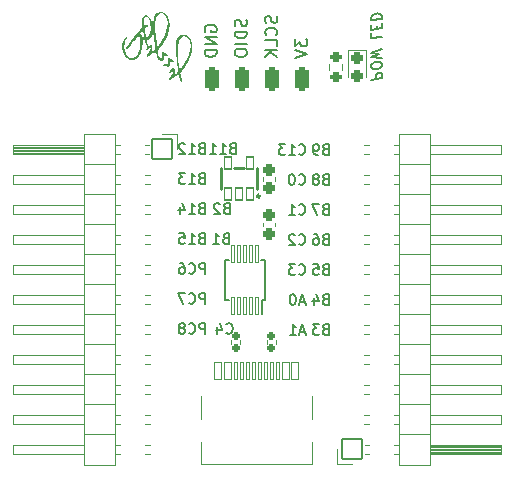
<source format=gbr>
G04 #@! TF.GenerationSoftware,KiCad,Pcbnew,(6.0.1)*
G04 #@! TF.CreationDate,2022-02-14T15:35:13+08:00*
G04 #@! TF.ProjectId,Test_Board,54657374-5f42-46f6-9172-642e6b696361,rev?*
G04 #@! TF.SameCoordinates,Original*
G04 #@! TF.FileFunction,Legend,Bot*
G04 #@! TF.FilePolarity,Positive*
%FSLAX46Y46*%
G04 Gerber Fmt 4.6, Leading zero omitted, Abs format (unit mm)*
G04 Created by KiCad (PCBNEW (6.0.1)) date 2022-02-14 15:35:13*
%MOMM*%
%LPD*%
G01*
G04 APERTURE LIST*
G04 Aperture macros list*
%AMRoundRect*
0 Rectangle with rounded corners*
0 $1 Rounding radius*
0 $2 $3 $4 $5 $6 $7 $8 $9 X,Y pos of 4 corners*
0 Add a 4 corners polygon primitive as box body*
4,1,4,$2,$3,$4,$5,$6,$7,$8,$9,$2,$3,0*
0 Add four circle primitives for the rounded corners*
1,1,$1+$1,$2,$3*
1,1,$1+$1,$4,$5*
1,1,$1+$1,$6,$7*
1,1,$1+$1,$8,$9*
0 Add four rect primitives between the rounded corners*
20,1,$1+$1,$2,$3,$4,$5,0*
20,1,$1+$1,$4,$5,$6,$7,0*
20,1,$1+$1,$6,$7,$8,$9,0*
20,1,$1+$1,$8,$9,$2,$3,0*%
G04 Aperture macros list end*
%ADD10C,0.127000*%
%ADD11C,0.120000*%
%ADD12C,0.150000*%
%ADD13C,0.254000*%
%ADD14RoundRect,0.300800X-0.250000X-0.750000X0.250000X-0.750000X0.250000X0.750000X-0.250000X0.750000X0*%
%ADD15C,1.201600*%
%ADD16C,1.701600*%
%ADD17RoundRect,0.269550X-0.256250X0.218750X-0.256250X-0.218750X0.256250X-0.218750X0.256250X0.218750X0*%
%ADD18RoundRect,0.185800X-0.185000X0.135000X-0.185000X-0.135000X0.185000X-0.135000X0.185000X0.135000X0*%
%ADD19RoundRect,0.250800X-0.275000X0.200000X-0.275000X-0.200000X0.275000X-0.200000X0.275000X0.200000X0*%
%ADD20RoundRect,0.050800X0.150000X-0.700000X0.150000X0.700000X-0.150000X0.700000X-0.150000X-0.700000X0*%
%ADD21RoundRect,0.275800X-0.250000X0.225000X-0.250000X-0.225000X0.250000X-0.225000X0.250000X0.225000X0*%
%ADD22RoundRect,0.050800X0.850000X0.850000X-0.850000X0.850000X-0.850000X-0.850000X0.850000X-0.850000X0*%
%ADD23O,1.801600X1.801600*%
%ADD24RoundRect,0.050800X-0.299700X0.500400X-0.299700X-0.500400X0.299700X-0.500400X0.299700X0.500400X0*%
%ADD25O,1.101600X1.701600*%
%ADD26O,1.101600X2.201600*%
%ADD27RoundRect,0.050800X0.300000X0.725000X-0.300000X0.725000X-0.300000X-0.725000X0.300000X-0.725000X0*%
%ADD28RoundRect,0.050800X0.150000X0.725000X-0.150000X0.725000X-0.150000X-0.725000X0.150000X-0.725000X0*%
%ADD29C,0.751600*%
%ADD30RoundRect,0.050800X-0.850000X-0.850000X0.850000X-0.850000X0.850000X0.850000X-0.850000X0.850000X0*%
G04 APERTURE END LIST*
D10*
X138648895Y-56331797D02*
X139537895Y-56220672D01*
X139537895Y-55882005D01*
X139495562Y-55802630D01*
X139453228Y-55765589D01*
X139368562Y-55733839D01*
X139241562Y-55749714D01*
X139156895Y-55802630D01*
X139114562Y-55850255D01*
X139072228Y-55940214D01*
X139072228Y-56278880D01*
X139537895Y-55162339D02*
X139537895Y-54993005D01*
X139495562Y-54913630D01*
X139410895Y-54839547D01*
X139241562Y-54818380D01*
X138945228Y-54855422D01*
X138775895Y-54918922D01*
X138691228Y-55014172D01*
X138648895Y-55104130D01*
X138648895Y-55273464D01*
X138691228Y-55352839D01*
X138775895Y-55426922D01*
X138945228Y-55448089D01*
X139241562Y-55411047D01*
X139410895Y-55347547D01*
X139495562Y-55252297D01*
X139537895Y-55162339D01*
X139537895Y-54485005D02*
X138648895Y-54384464D01*
X139283895Y-54135755D01*
X138648895Y-54045797D01*
X139537895Y-53723005D01*
X138648895Y-52394797D02*
X138648895Y-52818130D01*
X139537895Y-52707005D01*
X139114562Y-52040255D02*
X139114562Y-51743922D01*
X138648895Y-51675130D02*
X138648895Y-52098464D01*
X139537895Y-51987339D01*
X139537895Y-51564005D01*
X138648895Y-51294130D02*
X139537895Y-51183005D01*
X139537895Y-50971339D01*
X139495562Y-50849630D01*
X139410895Y-50775547D01*
X139326228Y-50743797D01*
X139156895Y-50722630D01*
X139029895Y-50738505D01*
X138860562Y-50802005D01*
X138775895Y-50854922D01*
X138691228Y-50950172D01*
X138648895Y-51082464D01*
X138648895Y-51294130D01*
X124573055Y-52255519D02*
X124524674Y-52158757D01*
X124524674Y-52013615D01*
X124573055Y-51868472D01*
X124669816Y-51771710D01*
X124766578Y-51723329D01*
X124960102Y-51674948D01*
X125105245Y-51674948D01*
X125298769Y-51723329D01*
X125395531Y-51771710D01*
X125492293Y-51868472D01*
X125540674Y-52013615D01*
X125540674Y-52110376D01*
X125492293Y-52255519D01*
X125443912Y-52303900D01*
X125105245Y-52303900D01*
X125105245Y-52110376D01*
X125540674Y-52739329D02*
X124524674Y-52739329D01*
X125540674Y-53319900D01*
X124524674Y-53319900D01*
X125540674Y-53803710D02*
X124524674Y-53803710D01*
X124524674Y-54045615D01*
X124573055Y-54190757D01*
X124669816Y-54287519D01*
X124766578Y-54335900D01*
X124960102Y-54384281D01*
X125105245Y-54384281D01*
X125298769Y-54335900D01*
X125395531Y-54287519D01*
X125492293Y-54190757D01*
X125540674Y-54045615D01*
X125540674Y-53803710D01*
X128057695Y-51239519D02*
X128106076Y-51384661D01*
X128106076Y-51626566D01*
X128057695Y-51723328D01*
X128009314Y-51771709D01*
X127912552Y-51820090D01*
X127815790Y-51820090D01*
X127719028Y-51771709D01*
X127670647Y-51723328D01*
X127622266Y-51626566D01*
X127573885Y-51433042D01*
X127525504Y-51336280D01*
X127477123Y-51287900D01*
X127380361Y-51239519D01*
X127283599Y-51239519D01*
X127186837Y-51287900D01*
X127138457Y-51336280D01*
X127090076Y-51433042D01*
X127090076Y-51674947D01*
X127138457Y-51820090D01*
X128106076Y-52255519D02*
X127090076Y-52255519D01*
X127090076Y-52497423D01*
X127138457Y-52642566D01*
X127235218Y-52739328D01*
X127331980Y-52787709D01*
X127525504Y-52836090D01*
X127670647Y-52836090D01*
X127864171Y-52787709D01*
X127960933Y-52739328D01*
X128057695Y-52642566D01*
X128106076Y-52497423D01*
X128106076Y-52255519D01*
X128106076Y-53271519D02*
X127090076Y-53271519D01*
X127090076Y-53948852D02*
X127090076Y-54142376D01*
X127138457Y-54239138D01*
X127235218Y-54335900D01*
X127428742Y-54384280D01*
X127767409Y-54384280D01*
X127960933Y-54335900D01*
X128057695Y-54239138D01*
X128106076Y-54142376D01*
X128106076Y-53948852D01*
X128057695Y-53852090D01*
X127960933Y-53755328D01*
X127767409Y-53706947D01*
X127428742Y-53706947D01*
X127235218Y-53755328D01*
X127138457Y-53852090D01*
X127090076Y-53948852D01*
X130623097Y-50949234D02*
X130671478Y-51094377D01*
X130671478Y-51336281D01*
X130623097Y-51433043D01*
X130574716Y-51481424D01*
X130477954Y-51529805D01*
X130381192Y-51529805D01*
X130284430Y-51481424D01*
X130236049Y-51433043D01*
X130187668Y-51336281D01*
X130139287Y-51142758D01*
X130090906Y-51045996D01*
X130042525Y-50997615D01*
X129945763Y-50949234D01*
X129849001Y-50949234D01*
X129752239Y-50997615D01*
X129703859Y-51045996D01*
X129655478Y-51142758D01*
X129655478Y-51384662D01*
X129703859Y-51529805D01*
X130574716Y-52545805D02*
X130623097Y-52497424D01*
X130671478Y-52352281D01*
X130671478Y-52255519D01*
X130623097Y-52110377D01*
X130526335Y-52013615D01*
X130429573Y-51965234D01*
X130236049Y-51916853D01*
X130090906Y-51916853D01*
X129897382Y-51965234D01*
X129800620Y-52013615D01*
X129703859Y-52110377D01*
X129655478Y-52255519D01*
X129655478Y-52352281D01*
X129703859Y-52497424D01*
X129752239Y-52545805D01*
X130671478Y-53465043D02*
X130671478Y-52981234D01*
X129655478Y-52981234D01*
X130671478Y-53803710D02*
X129655478Y-53803710D01*
X130671478Y-54384281D02*
X130090906Y-53948853D01*
X129655478Y-54384281D02*
X130236049Y-53803710D01*
X132220882Y-52884471D02*
X132220882Y-53513424D01*
X132607929Y-53174757D01*
X132607929Y-53319900D01*
X132656310Y-53416662D01*
X132704691Y-53465043D01*
X132801453Y-53513424D01*
X133043358Y-53513424D01*
X133140120Y-53465043D01*
X133188501Y-53416662D01*
X133236882Y-53319900D01*
X133236882Y-53029614D01*
X133188501Y-52932852D01*
X133140120Y-52884471D01*
X132220882Y-53803709D02*
X133236882Y-54142376D01*
X132220882Y-54481043D01*
X134762696Y-77445667D02*
X134635696Y-77488000D01*
X134593363Y-77530333D01*
X134551029Y-77615000D01*
X134551029Y-77742000D01*
X134593363Y-77826667D01*
X134635696Y-77869000D01*
X134720363Y-77911333D01*
X135059029Y-77911333D01*
X135059029Y-77022333D01*
X134762696Y-77022333D01*
X134678029Y-77064667D01*
X134635696Y-77107000D01*
X134593363Y-77191667D01*
X134593363Y-77276333D01*
X134635696Y-77361000D01*
X134678029Y-77403333D01*
X134762696Y-77445667D01*
X135059029Y-77445667D01*
X134254696Y-77022333D02*
X133704363Y-77022333D01*
X134000696Y-77361000D01*
X133873696Y-77361000D01*
X133789029Y-77403333D01*
X133746696Y-77445667D01*
X133704363Y-77530333D01*
X133704363Y-77742000D01*
X133746696Y-77826667D01*
X133789029Y-77869000D01*
X133873696Y-77911333D01*
X134127696Y-77911333D01*
X134212363Y-77869000D01*
X134254696Y-77826667D01*
X133005863Y-77682733D02*
X132582529Y-77682733D01*
X133090529Y-77936733D02*
X132794196Y-77047733D01*
X132497863Y-77936733D01*
X131735863Y-77936733D02*
X132243863Y-77936733D01*
X131989863Y-77936733D02*
X131989863Y-77047733D01*
X132074529Y-77174733D01*
X132159196Y-77259400D01*
X132243863Y-77301733D01*
X124581521Y-77835133D02*
X124581521Y-76946133D01*
X124242855Y-76946133D01*
X124158188Y-76988467D01*
X124115855Y-77030800D01*
X124073521Y-77115467D01*
X124073521Y-77242467D01*
X124115855Y-77327133D01*
X124158188Y-77369467D01*
X124242855Y-77411800D01*
X124581521Y-77411800D01*
X123184521Y-77750467D02*
X123226855Y-77792800D01*
X123353855Y-77835133D01*
X123438521Y-77835133D01*
X123565521Y-77792800D01*
X123650188Y-77708133D01*
X123692521Y-77623467D01*
X123734855Y-77454133D01*
X123734855Y-77327133D01*
X123692521Y-77157800D01*
X123650188Y-77073133D01*
X123565521Y-76988467D01*
X123438521Y-76946133D01*
X123353855Y-76946133D01*
X123226855Y-76988467D01*
X123184521Y-77030800D01*
X122676521Y-77327133D02*
X122761188Y-77284800D01*
X122803521Y-77242467D01*
X122845855Y-77157800D01*
X122845855Y-77115467D01*
X122803521Y-77030800D01*
X122761188Y-76988467D01*
X122676521Y-76946133D01*
X122507188Y-76946133D01*
X122422521Y-76988467D01*
X122380188Y-77030800D01*
X122337855Y-77115467D01*
X122337855Y-77157800D01*
X122380188Y-77242467D01*
X122422521Y-77284800D01*
X122507188Y-77327133D01*
X122676521Y-77327133D01*
X122761188Y-77369467D01*
X122803521Y-77411800D01*
X122845855Y-77496467D01*
X122845855Y-77665800D01*
X122803521Y-77750467D01*
X122761188Y-77792800D01*
X122676521Y-77835133D01*
X122507188Y-77835133D01*
X122422521Y-77792800D01*
X122380188Y-77750467D01*
X122337855Y-77665800D01*
X122337855Y-77496467D01*
X122380188Y-77411800D01*
X122422521Y-77369467D01*
X122507188Y-77327133D01*
X126372221Y-77775867D02*
X126414555Y-77818200D01*
X126541555Y-77860533D01*
X126626221Y-77860533D01*
X126753221Y-77818200D01*
X126837888Y-77733533D01*
X126880221Y-77648867D01*
X126922555Y-77479533D01*
X126922555Y-77352533D01*
X126880221Y-77183200D01*
X126837888Y-77098533D01*
X126753221Y-77013867D01*
X126626221Y-76971533D01*
X126541555Y-76971533D01*
X126414555Y-77013867D01*
X126372221Y-77056200D01*
X125610221Y-77267867D02*
X125610221Y-77860533D01*
X125821888Y-76929200D02*
X126033555Y-77564200D01*
X125483221Y-77564200D01*
X134762696Y-74905667D02*
X134635696Y-74948000D01*
X134593363Y-74990333D01*
X134551029Y-75075000D01*
X134551029Y-75202000D01*
X134593363Y-75286667D01*
X134635696Y-75329000D01*
X134720363Y-75371333D01*
X135059029Y-75371333D01*
X135059029Y-74482333D01*
X134762696Y-74482333D01*
X134678029Y-74524667D01*
X134635696Y-74567000D01*
X134593363Y-74651667D01*
X134593363Y-74736333D01*
X134635696Y-74821000D01*
X134678029Y-74863333D01*
X134762696Y-74905667D01*
X135059029Y-74905667D01*
X133789029Y-74778667D02*
X133789029Y-75371333D01*
X134000696Y-74440000D02*
X134212363Y-75075000D01*
X133662029Y-75075000D01*
X133005863Y-75142733D02*
X132582529Y-75142733D01*
X133090529Y-75396733D02*
X132794196Y-74507733D01*
X132497863Y-75396733D01*
X132032196Y-74507733D02*
X131947529Y-74507733D01*
X131862863Y-74550067D01*
X131820529Y-74592400D01*
X131778196Y-74677067D01*
X131735863Y-74846400D01*
X131735863Y-75058067D01*
X131778196Y-75227400D01*
X131820529Y-75312067D01*
X131862863Y-75354400D01*
X131947529Y-75396733D01*
X132032196Y-75396733D01*
X132116863Y-75354400D01*
X132159196Y-75312067D01*
X132201529Y-75227400D01*
X132243863Y-75058067D01*
X132243863Y-74846400D01*
X132201529Y-74677067D01*
X132159196Y-74592400D01*
X132116863Y-74550067D01*
X132032196Y-74507733D01*
X124581521Y-75295133D02*
X124581521Y-74406133D01*
X124242855Y-74406133D01*
X124158188Y-74448467D01*
X124115855Y-74490800D01*
X124073521Y-74575467D01*
X124073521Y-74702467D01*
X124115855Y-74787133D01*
X124158188Y-74829467D01*
X124242855Y-74871800D01*
X124581521Y-74871800D01*
X123184521Y-75210467D02*
X123226855Y-75252800D01*
X123353855Y-75295133D01*
X123438521Y-75295133D01*
X123565521Y-75252800D01*
X123650188Y-75168133D01*
X123692521Y-75083467D01*
X123734855Y-74914133D01*
X123734855Y-74787133D01*
X123692521Y-74617800D01*
X123650188Y-74533133D01*
X123565521Y-74448467D01*
X123438521Y-74406133D01*
X123353855Y-74406133D01*
X123226855Y-74448467D01*
X123184521Y-74490800D01*
X122888188Y-74406133D02*
X122295521Y-74406133D01*
X122676521Y-75295133D01*
X134762696Y-72365667D02*
X134635696Y-72408000D01*
X134593363Y-72450333D01*
X134551029Y-72535000D01*
X134551029Y-72662000D01*
X134593363Y-72746667D01*
X134635696Y-72789000D01*
X134720363Y-72831333D01*
X135059029Y-72831333D01*
X135059029Y-71942333D01*
X134762696Y-71942333D01*
X134678029Y-71984667D01*
X134635696Y-72027000D01*
X134593363Y-72111667D01*
X134593363Y-72196333D01*
X134635696Y-72281000D01*
X134678029Y-72323333D01*
X134762696Y-72365667D01*
X135059029Y-72365667D01*
X133746696Y-71942333D02*
X134170029Y-71942333D01*
X134212363Y-72365667D01*
X134170029Y-72323333D01*
X134085363Y-72281000D01*
X133873696Y-72281000D01*
X133789029Y-72323333D01*
X133746696Y-72365667D01*
X133704363Y-72450333D01*
X133704363Y-72662000D01*
X133746696Y-72746667D01*
X133789029Y-72789000D01*
X133873696Y-72831333D01*
X134085363Y-72831333D01*
X134170029Y-72789000D01*
X134212363Y-72746667D01*
X132519029Y-72772067D02*
X132561363Y-72814400D01*
X132688363Y-72856733D01*
X132773029Y-72856733D01*
X132900029Y-72814400D01*
X132984696Y-72729733D01*
X133027029Y-72645067D01*
X133069363Y-72475733D01*
X133069363Y-72348733D01*
X133027029Y-72179400D01*
X132984696Y-72094733D01*
X132900029Y-72010067D01*
X132773029Y-71967733D01*
X132688363Y-71967733D01*
X132561363Y-72010067D01*
X132519029Y-72052400D01*
X132222696Y-71967733D02*
X131672363Y-71967733D01*
X131968696Y-72306400D01*
X131841696Y-72306400D01*
X131757029Y-72348733D01*
X131714696Y-72391067D01*
X131672363Y-72475733D01*
X131672363Y-72687400D01*
X131714696Y-72772067D01*
X131757029Y-72814400D01*
X131841696Y-72856733D01*
X132095696Y-72856733D01*
X132180363Y-72814400D01*
X132222696Y-72772067D01*
X124581521Y-72755133D02*
X124581521Y-71866133D01*
X124242855Y-71866133D01*
X124158188Y-71908467D01*
X124115855Y-71950800D01*
X124073521Y-72035467D01*
X124073521Y-72162467D01*
X124115855Y-72247133D01*
X124158188Y-72289467D01*
X124242855Y-72331800D01*
X124581521Y-72331800D01*
X123184521Y-72670467D02*
X123226855Y-72712800D01*
X123353855Y-72755133D01*
X123438521Y-72755133D01*
X123565521Y-72712800D01*
X123650188Y-72628133D01*
X123692521Y-72543467D01*
X123734855Y-72374133D01*
X123734855Y-72247133D01*
X123692521Y-72077800D01*
X123650188Y-71993133D01*
X123565521Y-71908467D01*
X123438521Y-71866133D01*
X123353855Y-71866133D01*
X123226855Y-71908467D01*
X123184521Y-71950800D01*
X122422521Y-71866133D02*
X122591855Y-71866133D01*
X122676521Y-71908467D01*
X122718855Y-71950800D01*
X122803521Y-72077800D01*
X122845855Y-72247133D01*
X122845855Y-72585800D01*
X122803521Y-72670467D01*
X122761188Y-72712800D01*
X122676521Y-72755133D01*
X122507188Y-72755133D01*
X122422521Y-72712800D01*
X122380188Y-72670467D01*
X122337855Y-72585800D01*
X122337855Y-72374133D01*
X122380188Y-72289467D01*
X122422521Y-72247133D01*
X122507188Y-72204800D01*
X122676521Y-72204800D01*
X122761188Y-72247133D01*
X122803521Y-72289467D01*
X122845855Y-72374133D01*
X134762696Y-69825667D02*
X134635696Y-69868000D01*
X134593363Y-69910333D01*
X134551029Y-69995000D01*
X134551029Y-70122000D01*
X134593363Y-70206667D01*
X134635696Y-70249000D01*
X134720363Y-70291333D01*
X135059029Y-70291333D01*
X135059029Y-69402333D01*
X134762696Y-69402333D01*
X134678029Y-69444667D01*
X134635696Y-69487000D01*
X134593363Y-69571667D01*
X134593363Y-69656333D01*
X134635696Y-69741000D01*
X134678029Y-69783333D01*
X134762696Y-69825667D01*
X135059029Y-69825667D01*
X133789029Y-69402333D02*
X133958363Y-69402333D01*
X134043029Y-69444667D01*
X134085363Y-69487000D01*
X134170029Y-69614000D01*
X134212363Y-69783333D01*
X134212363Y-70122000D01*
X134170029Y-70206667D01*
X134127696Y-70249000D01*
X134043029Y-70291333D01*
X133873696Y-70291333D01*
X133789029Y-70249000D01*
X133746696Y-70206667D01*
X133704363Y-70122000D01*
X133704363Y-69910333D01*
X133746696Y-69825667D01*
X133789029Y-69783333D01*
X133873696Y-69741000D01*
X134043029Y-69741000D01*
X134127696Y-69783333D01*
X134170029Y-69825667D01*
X134212363Y-69910333D01*
X132519029Y-70232067D02*
X132561363Y-70274400D01*
X132688363Y-70316733D01*
X132773029Y-70316733D01*
X132900029Y-70274400D01*
X132984696Y-70189733D01*
X133027029Y-70105067D01*
X133069363Y-69935733D01*
X133069363Y-69808733D01*
X133027029Y-69639400D01*
X132984696Y-69554733D01*
X132900029Y-69470067D01*
X132773029Y-69427733D01*
X132688363Y-69427733D01*
X132561363Y-69470067D01*
X132519029Y-69512400D01*
X132180363Y-69512400D02*
X132138029Y-69470067D01*
X132053363Y-69427733D01*
X131841696Y-69427733D01*
X131757029Y-69470067D01*
X131714696Y-69512400D01*
X131672363Y-69597067D01*
X131672363Y-69681733D01*
X131714696Y-69808733D01*
X132222696Y-70316733D01*
X131672363Y-70316733D01*
X124264021Y-69749467D02*
X124137021Y-69791800D01*
X124094688Y-69834133D01*
X124052355Y-69918800D01*
X124052355Y-70045800D01*
X124094688Y-70130467D01*
X124137021Y-70172800D01*
X124221688Y-70215133D01*
X124560355Y-70215133D01*
X124560355Y-69326133D01*
X124264021Y-69326133D01*
X124179355Y-69368467D01*
X124137021Y-69410800D01*
X124094688Y-69495467D01*
X124094688Y-69580133D01*
X124137021Y-69664800D01*
X124179355Y-69707133D01*
X124264021Y-69749467D01*
X124560355Y-69749467D01*
X123205688Y-70215133D02*
X123713688Y-70215133D01*
X123459688Y-70215133D02*
X123459688Y-69326133D01*
X123544355Y-69453133D01*
X123629021Y-69537800D01*
X123713688Y-69580133D01*
X122401355Y-69326133D02*
X122824688Y-69326133D01*
X122867021Y-69749467D01*
X122824688Y-69707133D01*
X122740021Y-69664800D01*
X122528355Y-69664800D01*
X122443688Y-69707133D01*
X122401355Y-69749467D01*
X122359021Y-69834133D01*
X122359021Y-70045800D01*
X122401355Y-70130467D01*
X122443688Y-70172800D01*
X122528355Y-70215133D01*
X122740021Y-70215133D01*
X122824688Y-70172800D01*
X122867021Y-70130467D01*
X126329896Y-69749467D02*
X126202896Y-69791800D01*
X126160563Y-69834133D01*
X126118229Y-69918800D01*
X126118229Y-70045800D01*
X126160563Y-70130467D01*
X126202896Y-70172800D01*
X126287563Y-70215133D01*
X126626229Y-70215133D01*
X126626229Y-69326133D01*
X126329896Y-69326133D01*
X126245229Y-69368467D01*
X126202896Y-69410800D01*
X126160563Y-69495467D01*
X126160563Y-69580133D01*
X126202896Y-69664800D01*
X126245229Y-69707133D01*
X126329896Y-69749467D01*
X126626229Y-69749467D01*
X125271563Y-70215133D02*
X125779563Y-70215133D01*
X125525563Y-70215133D02*
X125525563Y-69326133D01*
X125610229Y-69453133D01*
X125694896Y-69537800D01*
X125779563Y-69580133D01*
X134762696Y-67285667D02*
X134635696Y-67328000D01*
X134593363Y-67370333D01*
X134551029Y-67455000D01*
X134551029Y-67582000D01*
X134593363Y-67666667D01*
X134635696Y-67709000D01*
X134720363Y-67751333D01*
X135059029Y-67751333D01*
X135059029Y-66862333D01*
X134762696Y-66862333D01*
X134678029Y-66904667D01*
X134635696Y-66947000D01*
X134593363Y-67031667D01*
X134593363Y-67116333D01*
X134635696Y-67201000D01*
X134678029Y-67243333D01*
X134762696Y-67285667D01*
X135059029Y-67285667D01*
X134254696Y-66862333D02*
X133662029Y-66862333D01*
X134043029Y-67751333D01*
X132519029Y-67692067D02*
X132561363Y-67734400D01*
X132688363Y-67776733D01*
X132773029Y-67776733D01*
X132900029Y-67734400D01*
X132984696Y-67649733D01*
X133027029Y-67565067D01*
X133069363Y-67395733D01*
X133069363Y-67268733D01*
X133027029Y-67099400D01*
X132984696Y-67014733D01*
X132900029Y-66930067D01*
X132773029Y-66887733D01*
X132688363Y-66887733D01*
X132561363Y-66930067D01*
X132519029Y-66972400D01*
X131672363Y-67776733D02*
X132180363Y-67776733D01*
X131926363Y-67776733D02*
X131926363Y-66887733D01*
X132011029Y-67014733D01*
X132095696Y-67099400D01*
X132180363Y-67141733D01*
X124264021Y-67209467D02*
X124137021Y-67251800D01*
X124094688Y-67294133D01*
X124052355Y-67378800D01*
X124052355Y-67505800D01*
X124094688Y-67590467D01*
X124137021Y-67632800D01*
X124221688Y-67675133D01*
X124560355Y-67675133D01*
X124560355Y-66786133D01*
X124264021Y-66786133D01*
X124179355Y-66828467D01*
X124137021Y-66870800D01*
X124094688Y-66955467D01*
X124094688Y-67040133D01*
X124137021Y-67124800D01*
X124179355Y-67167133D01*
X124264021Y-67209467D01*
X124560355Y-67209467D01*
X123205688Y-67675133D02*
X123713688Y-67675133D01*
X123459688Y-67675133D02*
X123459688Y-66786133D01*
X123544355Y-66913133D01*
X123629021Y-66997800D01*
X123713688Y-67040133D01*
X122443688Y-67082467D02*
X122443688Y-67675133D01*
X122655355Y-66743800D02*
X122867021Y-67378800D01*
X122316688Y-67378800D01*
X126380688Y-67209467D02*
X126253688Y-67251800D01*
X126211355Y-67294133D01*
X126169021Y-67378800D01*
X126169021Y-67505800D01*
X126211355Y-67590467D01*
X126253688Y-67632800D01*
X126338355Y-67675133D01*
X126677021Y-67675133D01*
X126677021Y-66786133D01*
X126380688Y-66786133D01*
X126296021Y-66828467D01*
X126253688Y-66870800D01*
X126211355Y-66955467D01*
X126211355Y-67040133D01*
X126253688Y-67124800D01*
X126296021Y-67167133D01*
X126380688Y-67209467D01*
X126677021Y-67209467D01*
X125830355Y-66870800D02*
X125788021Y-66828467D01*
X125703355Y-66786133D01*
X125491688Y-66786133D01*
X125407021Y-66828467D01*
X125364688Y-66870800D01*
X125322355Y-66955467D01*
X125322355Y-67040133D01*
X125364688Y-67167133D01*
X125872688Y-67675133D01*
X125322355Y-67675133D01*
X134762696Y-64745667D02*
X134635696Y-64788000D01*
X134593363Y-64830333D01*
X134551029Y-64915000D01*
X134551029Y-65042000D01*
X134593363Y-65126667D01*
X134635696Y-65169000D01*
X134720363Y-65211333D01*
X135059029Y-65211333D01*
X135059029Y-64322333D01*
X134762696Y-64322333D01*
X134678029Y-64364667D01*
X134635696Y-64407000D01*
X134593363Y-64491667D01*
X134593363Y-64576333D01*
X134635696Y-64661000D01*
X134678029Y-64703333D01*
X134762696Y-64745667D01*
X135059029Y-64745667D01*
X134043029Y-64703333D02*
X134127696Y-64661000D01*
X134170029Y-64618667D01*
X134212363Y-64534000D01*
X134212363Y-64491667D01*
X134170029Y-64407000D01*
X134127696Y-64364667D01*
X134043029Y-64322333D01*
X133873696Y-64322333D01*
X133789029Y-64364667D01*
X133746696Y-64407000D01*
X133704363Y-64491667D01*
X133704363Y-64534000D01*
X133746696Y-64618667D01*
X133789029Y-64661000D01*
X133873696Y-64703333D01*
X134043029Y-64703333D01*
X134127696Y-64745667D01*
X134170029Y-64788000D01*
X134212363Y-64872667D01*
X134212363Y-65042000D01*
X134170029Y-65126667D01*
X134127696Y-65169000D01*
X134043029Y-65211333D01*
X133873696Y-65211333D01*
X133789029Y-65169000D01*
X133746696Y-65126667D01*
X133704363Y-65042000D01*
X133704363Y-64872667D01*
X133746696Y-64788000D01*
X133789029Y-64745667D01*
X133873696Y-64703333D01*
X132519029Y-65152067D02*
X132561363Y-65194400D01*
X132688363Y-65236733D01*
X132773029Y-65236733D01*
X132900029Y-65194400D01*
X132984696Y-65109733D01*
X133027029Y-65025067D01*
X133069363Y-64855733D01*
X133069363Y-64728733D01*
X133027029Y-64559400D01*
X132984696Y-64474733D01*
X132900029Y-64390067D01*
X132773029Y-64347733D01*
X132688363Y-64347733D01*
X132561363Y-64390067D01*
X132519029Y-64432400D01*
X131968696Y-64347733D02*
X131884029Y-64347733D01*
X131799363Y-64390067D01*
X131757029Y-64432400D01*
X131714696Y-64517067D01*
X131672363Y-64686400D01*
X131672363Y-64898067D01*
X131714696Y-65067400D01*
X131757029Y-65152067D01*
X131799363Y-65194400D01*
X131884029Y-65236733D01*
X131968696Y-65236733D01*
X132053363Y-65194400D01*
X132095696Y-65152067D01*
X132138029Y-65067400D01*
X132180363Y-64898067D01*
X132180363Y-64686400D01*
X132138029Y-64517067D01*
X132095696Y-64432400D01*
X132053363Y-64390067D01*
X131968696Y-64347733D01*
X124264021Y-64669467D02*
X124137021Y-64711800D01*
X124094688Y-64754133D01*
X124052355Y-64838800D01*
X124052355Y-64965800D01*
X124094688Y-65050467D01*
X124137021Y-65092800D01*
X124221688Y-65135133D01*
X124560355Y-65135133D01*
X124560355Y-64246133D01*
X124264021Y-64246133D01*
X124179355Y-64288467D01*
X124137021Y-64330800D01*
X124094688Y-64415467D01*
X124094688Y-64500133D01*
X124137021Y-64584800D01*
X124179355Y-64627133D01*
X124264021Y-64669467D01*
X124560355Y-64669467D01*
X123205688Y-65135133D02*
X123713688Y-65135133D01*
X123459688Y-65135133D02*
X123459688Y-64246133D01*
X123544355Y-64373133D01*
X123629021Y-64457800D01*
X123713688Y-64500133D01*
X122909355Y-64246133D02*
X122359021Y-64246133D01*
X122655355Y-64584800D01*
X122528355Y-64584800D01*
X122443688Y-64627133D01*
X122401355Y-64669467D01*
X122359021Y-64754133D01*
X122359021Y-64965800D01*
X122401355Y-65050467D01*
X122443688Y-65092800D01*
X122528355Y-65135133D01*
X122782355Y-65135133D01*
X122867021Y-65092800D01*
X122909355Y-65050467D01*
X134762696Y-62205667D02*
X134635696Y-62248000D01*
X134593363Y-62290333D01*
X134551029Y-62375000D01*
X134551029Y-62502000D01*
X134593363Y-62586667D01*
X134635696Y-62629000D01*
X134720363Y-62671333D01*
X135059029Y-62671333D01*
X135059029Y-61782333D01*
X134762696Y-61782333D01*
X134678029Y-61824667D01*
X134635696Y-61867000D01*
X134593363Y-61951667D01*
X134593363Y-62036333D01*
X134635696Y-62121000D01*
X134678029Y-62163333D01*
X134762696Y-62205667D01*
X135059029Y-62205667D01*
X134127696Y-62671333D02*
X133958363Y-62671333D01*
X133873696Y-62629000D01*
X133831363Y-62586667D01*
X133746696Y-62459667D01*
X133704363Y-62290333D01*
X133704363Y-61951667D01*
X133746696Y-61867000D01*
X133789029Y-61824667D01*
X133873696Y-61782333D01*
X134043029Y-61782333D01*
X134127696Y-61824667D01*
X134170029Y-61867000D01*
X134212363Y-61951667D01*
X134212363Y-62163333D01*
X134170029Y-62248000D01*
X134127696Y-62290333D01*
X134043029Y-62332667D01*
X133873696Y-62332667D01*
X133789029Y-62290333D01*
X133746696Y-62248000D01*
X133704363Y-62163333D01*
X132485171Y-62586667D02*
X132527504Y-62629000D01*
X132654504Y-62671333D01*
X132739171Y-62671333D01*
X132866171Y-62629000D01*
X132950837Y-62544333D01*
X132993171Y-62459667D01*
X133035504Y-62290333D01*
X133035504Y-62163333D01*
X132993171Y-61994000D01*
X132950837Y-61909333D01*
X132866171Y-61824667D01*
X132739171Y-61782333D01*
X132654504Y-61782333D01*
X132527504Y-61824667D01*
X132485171Y-61867000D01*
X131638504Y-62671333D02*
X132146504Y-62671333D01*
X131892504Y-62671333D02*
X131892504Y-61782333D01*
X131977171Y-61909333D01*
X132061837Y-61994000D01*
X132146504Y-62036333D01*
X131342171Y-61782333D02*
X130791837Y-61782333D01*
X131088171Y-62121000D01*
X130961171Y-62121000D01*
X130876504Y-62163333D01*
X130834171Y-62205667D01*
X130791837Y-62290333D01*
X130791837Y-62502000D01*
X130834171Y-62586667D01*
X130876504Y-62629000D01*
X130961171Y-62671333D01*
X131215171Y-62671333D01*
X131299837Y-62629000D01*
X131342171Y-62586667D01*
X124264021Y-62129467D02*
X124137021Y-62171800D01*
X124094688Y-62214133D01*
X124052355Y-62298800D01*
X124052355Y-62425800D01*
X124094688Y-62510467D01*
X124137021Y-62552800D01*
X124221688Y-62595133D01*
X124560355Y-62595133D01*
X124560355Y-61706133D01*
X124264021Y-61706133D01*
X124179355Y-61748467D01*
X124137021Y-61790800D01*
X124094688Y-61875467D01*
X124094688Y-61960133D01*
X124137021Y-62044800D01*
X124179355Y-62087133D01*
X124264021Y-62129467D01*
X124560355Y-62129467D01*
X123205688Y-62595133D02*
X123713688Y-62595133D01*
X123459688Y-62595133D02*
X123459688Y-61706133D01*
X123544355Y-61833133D01*
X123629021Y-61917800D01*
X123713688Y-61960133D01*
X122867021Y-61790800D02*
X122824688Y-61748467D01*
X122740021Y-61706133D01*
X122528355Y-61706133D01*
X122443688Y-61748467D01*
X122401355Y-61790800D01*
X122359021Y-61875467D01*
X122359021Y-61960133D01*
X122401355Y-62087133D01*
X122909355Y-62595133D01*
X122359021Y-62595133D01*
X126880229Y-62129467D02*
X126753229Y-62171800D01*
X126710896Y-62214133D01*
X126668563Y-62298800D01*
X126668563Y-62425800D01*
X126710896Y-62510467D01*
X126753229Y-62552800D01*
X126837896Y-62595133D01*
X127176563Y-62595133D01*
X127176563Y-61706133D01*
X126880229Y-61706133D01*
X126795563Y-61748467D01*
X126753229Y-61790800D01*
X126710896Y-61875467D01*
X126710896Y-61960133D01*
X126753229Y-62044800D01*
X126795563Y-62087133D01*
X126880229Y-62129467D01*
X127176563Y-62129467D01*
X125821896Y-62595133D02*
X126329896Y-62595133D01*
X126075896Y-62595133D02*
X126075896Y-61706133D01*
X126160563Y-61833133D01*
X126245229Y-61917800D01*
X126329896Y-61960133D01*
X124975229Y-62595133D02*
X125483229Y-62595133D01*
X125229229Y-62595133D02*
X125229229Y-61706133D01*
X125313896Y-61833133D01*
X125398563Y-61917800D01*
X125483229Y-61960133D01*
G36*
X119260404Y-51482716D02*
G01*
X119270026Y-51280913D01*
X119325908Y-51044242D01*
X119425734Y-50919711D01*
X119432783Y-50910917D01*
X119591975Y-50878524D01*
X119636799Y-50886906D01*
X119802461Y-50985059D01*
X119954029Y-51172035D01*
X120071813Y-51425394D01*
X120162315Y-51693144D01*
X120169986Y-51519400D01*
X120170307Y-51512846D01*
X120203593Y-51300438D01*
X120272632Y-51066404D01*
X120361101Y-50856993D01*
X120452675Y-50718455D01*
X120493706Y-50684104D01*
X120552576Y-50660407D01*
X120682033Y-50608296D01*
X120905251Y-50601306D01*
X121113605Y-50667008D01*
X121296626Y-50808802D01*
X121462811Y-51057227D01*
X121555249Y-51366939D01*
X121576144Y-51722594D01*
X121527703Y-52108845D01*
X121412128Y-52510347D01*
X121231623Y-52911755D01*
X120988394Y-53297723D01*
X120684645Y-53652905D01*
X120631712Y-53710077D01*
X120577345Y-53807237D01*
X120572374Y-53930937D01*
X120610008Y-54124054D01*
X120625212Y-54185017D01*
X120706617Y-54403873D01*
X120809421Y-54521445D01*
X120870236Y-54556086D01*
X120910903Y-54554333D01*
X120918303Y-54479900D01*
X120902202Y-54310594D01*
X120900064Y-54289661D01*
X120904381Y-54084771D01*
X120961173Y-53979538D01*
X121064580Y-53978271D01*
X121208738Y-54085276D01*
X121223872Y-54100378D01*
X121328490Y-54202976D01*
X121389234Y-54259522D01*
X121396961Y-54268611D01*
X121393990Y-54343772D01*
X121390008Y-54349258D01*
X121316445Y-54352940D01*
X121194541Y-54300395D01*
X121023673Y-54199856D01*
X121061932Y-54427341D01*
X121068443Y-54606062D01*
X121024260Y-54729546D01*
X120941392Y-54770036D01*
X120833692Y-54710352D01*
X120745114Y-54652385D01*
X120633621Y-54646989D01*
X120618356Y-54653616D01*
X120556086Y-54661484D01*
X120555772Y-54581321D01*
X120557073Y-54541542D01*
X120535435Y-54392074D01*
X120487122Y-54210283D01*
X120464210Y-54139989D01*
X120420452Y-54032016D01*
X120367999Y-53988168D01*
X120285721Y-54010443D01*
X120152481Y-54100842D01*
X119947150Y-54261364D01*
X119809031Y-54360780D01*
X119674565Y-54423594D01*
X119615611Y-54398362D01*
X119636640Y-54288645D01*
X119742123Y-54098008D01*
X119801839Y-54000650D01*
X119900688Y-53814529D01*
X119959422Y-53669394D01*
X119975843Y-53607921D01*
X119980565Y-53552103D01*
X119936374Y-53576181D01*
X119825938Y-53681762D01*
X119710028Y-53774943D01*
X119615389Y-53810199D01*
X119575297Y-53775999D01*
X119610692Y-53673178D01*
X119622473Y-53637844D01*
X119619514Y-53495213D01*
X119580681Y-53306510D01*
X119518186Y-53112539D01*
X119490233Y-53052656D01*
X119643711Y-53052656D01*
X119685139Y-53220323D01*
X119720677Y-53327672D01*
X119762004Y-53421927D01*
X119804127Y-53441642D01*
X119869606Y-53410011D01*
X119956458Y-53384729D01*
X120054557Y-53432250D01*
X120108345Y-53554311D01*
X120099712Y-53726042D01*
X120085593Y-53794710D01*
X120089916Y-53904236D01*
X120152689Y-53911556D01*
X120272313Y-53815837D01*
X120330620Y-53727793D01*
X120350279Y-53586106D01*
X120325065Y-53367204D01*
X120302866Y-53228840D01*
X120262788Y-52939420D01*
X120231830Y-52668676D01*
X120225974Y-52610523D01*
X120200885Y-52423355D01*
X120175060Y-52349828D01*
X120145473Y-52386524D01*
X120109099Y-52530024D01*
X120079655Y-52616720D01*
X119937010Y-52794463D01*
X119704493Y-52930021D01*
X119660115Y-52961640D01*
X119643711Y-53052656D01*
X119490233Y-53052656D01*
X119444232Y-52954108D01*
X119371028Y-52872021D01*
X119339027Y-52864641D01*
X119302727Y-52901276D01*
X119287697Y-53017174D01*
X119289640Y-53231292D01*
X119271720Y-53679755D01*
X119180579Y-54063447D01*
X119016373Y-54358124D01*
X118780047Y-54561320D01*
X118704266Y-54600324D01*
X118432646Y-54668868D01*
X118173401Y-54633334D01*
X117941112Y-54504382D01*
X117750361Y-54292666D01*
X117615728Y-54008847D01*
X117551794Y-53663579D01*
X117547107Y-53500037D01*
X117556769Y-53286570D01*
X117582202Y-53135687D01*
X117585464Y-53125700D01*
X117664162Y-52955121D01*
X117768839Y-52806755D01*
X117875211Y-52709247D01*
X117958993Y-52691240D01*
X117984849Y-52734568D01*
X117929611Y-52824802D01*
X117887011Y-52878205D01*
X117800462Y-53075696D01*
X117747877Y-53331818D01*
X117735508Y-53606177D01*
X117769609Y-53858379D01*
X117837841Y-54062920D01*
X117984327Y-54309702D01*
X118171925Y-54455734D01*
X118393829Y-54494084D01*
X118445960Y-54487974D01*
X118675064Y-54395074D01*
X118858283Y-54196254D01*
X118997814Y-53889315D01*
X119035706Y-53738467D01*
X119067148Y-53499713D01*
X119077318Y-53244554D01*
X119067567Y-52999663D01*
X119039243Y-52791716D01*
X118993694Y-52647385D01*
X118932272Y-52593347D01*
X118908990Y-52607673D01*
X118822193Y-52695187D01*
X118692786Y-52844603D01*
X118539018Y-53035412D01*
X118490410Y-53097463D01*
X118274080Y-53367124D01*
X118115258Y-53550625D01*
X118005264Y-53656548D01*
X117935415Y-53693473D01*
X117897032Y-53669980D01*
X117898021Y-53626167D01*
X117960694Y-53492561D01*
X118092208Y-53291073D01*
X118284804Y-53032466D01*
X118530723Y-52727500D01*
X118822202Y-52386939D01*
X118828752Y-52379483D01*
X119066263Y-52379483D01*
X119087023Y-52453749D01*
X119188967Y-52565567D01*
X119227117Y-52602122D01*
X119330175Y-52683410D01*
X119386392Y-52700484D01*
X119392111Y-52686675D01*
X119391183Y-52585898D01*
X119366141Y-52430202D01*
X119327122Y-52261895D01*
X119289710Y-52183081D01*
X119236468Y-52191857D01*
X119147296Y-52273864D01*
X119120714Y-52300972D01*
X119066263Y-52379483D01*
X118828752Y-52379483D01*
X119027119Y-52153687D01*
X119260404Y-51888143D01*
X119260404Y-51546764D01*
X119398700Y-51546764D01*
X119421496Y-51690977D01*
X119481131Y-51741556D01*
X119584848Y-51711296D01*
X119660220Y-51689392D01*
X119754344Y-51714104D01*
X119781408Y-51755743D01*
X119761340Y-51823331D01*
X119668192Y-51836311D01*
X119577862Y-51841528D01*
X119496158Y-51933099D01*
X119465461Y-52106981D01*
X119491352Y-52347054D01*
X119526668Y-52499918D01*
X119571245Y-52655103D01*
X119605201Y-52731769D01*
X119662499Y-52736150D01*
X119753078Y-52664998D01*
X119845856Y-52538939D01*
X119915703Y-52385959D01*
X119921367Y-52366619D01*
X119951224Y-52157184D01*
X119951478Y-52126246D01*
X119952047Y-52056941D01*
X120352002Y-52056941D01*
X120389525Y-52623817D01*
X120472221Y-53296036D01*
X120510825Y-53562613D01*
X120669265Y-53362562D01*
X120847947Y-53118274D01*
X121092436Y-52704558D01*
X121274230Y-52287750D01*
X121386711Y-51887892D01*
X121423255Y-51525024D01*
X121377245Y-51219187D01*
X121353991Y-51155216D01*
X121229487Y-50927294D01*
X121073182Y-50767724D01*
X120904571Y-50691994D01*
X120743147Y-50715584D01*
X120661366Y-50769197D01*
X120514333Y-50951534D01*
X120414019Y-51224482D01*
X120360038Y-51591723D01*
X120352002Y-52056941D01*
X119952047Y-52056941D01*
X119953405Y-51891615D01*
X119929681Y-51621510D01*
X119881822Y-51398466D01*
X119816170Y-51226662D01*
X119706623Y-51043502D01*
X119599255Y-50967547D01*
X119505111Y-50999088D01*
X119435235Y-51138414D01*
X119400672Y-51385817D01*
X119398700Y-51546764D01*
X119260404Y-51546764D01*
X119260404Y-51482716D01*
G37*
G36*
X122822354Y-52518246D02*
G01*
X123030504Y-52583908D01*
X123213766Y-52725904D01*
X123379960Y-52974407D01*
X123472351Y-53284167D01*
X123493146Y-53639861D01*
X123444550Y-54026164D01*
X123328772Y-54427748D01*
X123148016Y-54829291D01*
X122904491Y-55215466D01*
X122600402Y-55570947D01*
X122523125Y-55660005D01*
X122487578Y-55753687D01*
X122494615Y-55884581D01*
X122539823Y-56090545D01*
X122579178Y-56271706D01*
X122601191Y-56421693D01*
X122597243Y-56491513D01*
X122563972Y-56509566D01*
X122530758Y-56475934D01*
X122486266Y-56370212D01*
X122419130Y-56172017D01*
X122390144Y-56083581D01*
X122341525Y-55961144D01*
X122286426Y-55909149D01*
X122203027Y-55927839D01*
X122069508Y-56017462D01*
X121864049Y-56178263D01*
X121725930Y-56277679D01*
X121591465Y-56340494D01*
X121532510Y-56315261D01*
X121553539Y-56205544D01*
X121659022Y-56014907D01*
X121718738Y-55917549D01*
X121817587Y-55731429D01*
X121876321Y-55586294D01*
X121893210Y-55522749D01*
X121896704Y-55469354D01*
X121851168Y-55495152D01*
X121739364Y-55602134D01*
X121685931Y-55652489D01*
X121577376Y-55728371D01*
X121522583Y-55711782D01*
X121518556Y-55694893D01*
X121557919Y-55594913D01*
X121671907Y-55458278D01*
X121684021Y-55446219D01*
X121802318Y-55342022D01*
X121883338Y-55315375D01*
X121961831Y-55353748D01*
X121969847Y-55360041D01*
X122032641Y-55467285D01*
X122017692Y-55638505D01*
X122003223Y-55708658D01*
X122006791Y-55820207D01*
X122068510Y-55829305D01*
X122186865Y-55735084D01*
X122207445Y-55711401D01*
X122244825Y-55627681D01*
X122256054Y-55497076D01*
X122241602Y-55296801D01*
X122201940Y-55004069D01*
X122157632Y-54679421D01*
X122104527Y-54086258D01*
X122103428Y-53973840D01*
X122268901Y-53973840D01*
X122306425Y-54540716D01*
X122389120Y-55212935D01*
X122427724Y-55479511D01*
X122586164Y-55279461D01*
X122764845Y-55035172D01*
X123009335Y-54621458D01*
X123191130Y-54204649D01*
X123303610Y-53804791D01*
X123340154Y-53441923D01*
X123294145Y-53136086D01*
X123270891Y-53072115D01*
X123146387Y-52844193D01*
X122990082Y-52684624D01*
X122821469Y-52608893D01*
X122660046Y-52632484D01*
X122578265Y-52686096D01*
X122431232Y-52868433D01*
X122330919Y-53141381D01*
X122276937Y-53508622D01*
X122268901Y-53973840D01*
X122103428Y-53973840D01*
X122099577Y-53579876D01*
X122142401Y-53165640D01*
X122232618Y-52848919D01*
X122369848Y-52635080D01*
X122411082Y-52600609D01*
X122469386Y-52577216D01*
X122599288Y-52525098D01*
X122822354Y-52518246D01*
G37*
G36*
X121726574Y-54586360D02*
G01*
X121754765Y-54610466D01*
X121863510Y-54711982D01*
X121916619Y-54776014D01*
X121916819Y-54776521D01*
X121910832Y-54848175D01*
X121827744Y-54856230D01*
X121691037Y-54798358D01*
X121523734Y-54699917D01*
X121561993Y-54927402D01*
X121568344Y-55104651D01*
X121524577Y-55228723D01*
X121442834Y-55271054D01*
X121337132Y-55213792D01*
X121249808Y-55156516D01*
X121129188Y-55141566D01*
X121057989Y-55148674D01*
X121042077Y-55092136D01*
X121092744Y-55006584D01*
X121203578Y-54973056D01*
X121324900Y-55031744D01*
X121362132Y-55064620D01*
X121398358Y-55069505D01*
X121408113Y-54995447D01*
X121398102Y-54823348D01*
X121397430Y-54814394D01*
X121403284Y-54598060D01*
X121459987Y-54488019D01*
X121567699Y-54484157D01*
X121726574Y-54586360D01*
G37*
D11*
X136690462Y-56073966D02*
X136690462Y-53788966D01*
X136690462Y-53788966D02*
X138160462Y-53788966D01*
X138160462Y-53788966D02*
X138160462Y-56073966D01*
X130541062Y-78412125D02*
X130541062Y-78719407D01*
X129781062Y-78412125D02*
X129781062Y-78719407D01*
X135099561Y-55036709D02*
X135099561Y-55511225D01*
X136144561Y-55036709D02*
X136144561Y-55511225D01*
D12*
X126276262Y-71607566D02*
X126576262Y-71607566D01*
X126276262Y-74957566D02*
X126576262Y-74957566D01*
X126276262Y-74957566D02*
X126276262Y-71607566D01*
X129626262Y-74957566D02*
X129626262Y-71607566D01*
X129626262Y-74957566D02*
X129401262Y-74957566D01*
X129401262Y-74957566D02*
X129401262Y-76182566D01*
X129626262Y-71607566D02*
X129326262Y-71607566D01*
D11*
X130467862Y-68442988D02*
X130467862Y-68724148D01*
X129447862Y-68442988D02*
X129447862Y-68724148D01*
X130493262Y-64607588D02*
X130493262Y-64888748D01*
X129473262Y-64607588D02*
X129473262Y-64888748D01*
X108303062Y-82158366D02*
X108303062Y-82918366D01*
X117360133Y-69458366D02*
X116963062Y-69458366D01*
X117360133Y-62598366D02*
X116963062Y-62598366D01*
X114303062Y-60888366D02*
X116963062Y-60888366D01*
X114303062Y-64378366D02*
X108303062Y-64378366D01*
X108303062Y-77838366D02*
X114303062Y-77838366D01*
X108303062Y-87238366D02*
X108303062Y-87998366D01*
X116963062Y-71108366D02*
X114303062Y-71108366D01*
X114303062Y-84698366D02*
X108303062Y-84698366D01*
X117360133Y-77838366D02*
X116963062Y-77838366D01*
X114303062Y-61838366D02*
X108303062Y-61838366D01*
X117360133Y-82918366D02*
X116963062Y-82918366D01*
X117360133Y-77078366D02*
X116963062Y-77078366D01*
X117360133Y-80378366D02*
X116963062Y-80378366D01*
X114303062Y-88948366D02*
X114303062Y-60888366D01*
X108303062Y-77078366D02*
X108303062Y-77838366D01*
X119833062Y-61838366D02*
X119445991Y-61838366D01*
X116963062Y-88948366D02*
X114303062Y-88948366D01*
X116963062Y-83808366D02*
X114303062Y-83808366D01*
X119900133Y-77838366D02*
X119445991Y-77838366D01*
X108303062Y-70218366D02*
X114303062Y-70218366D01*
X114303062Y-87238366D02*
X108303062Y-87238366D01*
X117360133Y-67678366D02*
X116963062Y-67678366D01*
X114303062Y-66918366D02*
X108303062Y-66918366D01*
X117360133Y-72758366D02*
X116963062Y-72758366D01*
X108303062Y-82918366D02*
X114303062Y-82918366D01*
X117360133Y-85458366D02*
X116963062Y-85458366D01*
X116963062Y-63488366D02*
X114303062Y-63488366D01*
X114303062Y-62138366D02*
X108303062Y-62138366D01*
X119900133Y-80378366D02*
X119445991Y-80378366D01*
X108303062Y-69458366D02*
X108303062Y-70218366D01*
X116963062Y-73648366D02*
X114303062Y-73648366D01*
X116963062Y-68568366D02*
X114303062Y-68568366D01*
X117360133Y-71998366D02*
X116963062Y-71998366D01*
X114303062Y-74538366D02*
X108303062Y-74538366D01*
X116963062Y-81268366D02*
X114303062Y-81268366D01*
X114303062Y-62018366D02*
X108303062Y-62018366D01*
X119900133Y-74538366D02*
X119445991Y-74538366D01*
X114303062Y-62378366D02*
X108303062Y-62378366D01*
X119900133Y-79618366D02*
X119445991Y-79618366D01*
X122213062Y-62218366D02*
X122213062Y-60948366D01*
X117360133Y-66918366D02*
X116963062Y-66918366D01*
X114303062Y-79618366D02*
X108303062Y-79618366D01*
X108303062Y-84698366D02*
X108303062Y-85458366D01*
X117360133Y-84698366D02*
X116963062Y-84698366D01*
X119833062Y-62598366D02*
X119445991Y-62598366D01*
X108303062Y-87998366D02*
X114303062Y-87998366D01*
X122213062Y-60948366D02*
X120943062Y-60948366D01*
X108303062Y-64378366D02*
X108303062Y-65138366D01*
X119900133Y-65138366D02*
X119445991Y-65138366D01*
X116963062Y-86348366D02*
X114303062Y-86348366D01*
X119900133Y-85458366D02*
X119445991Y-85458366D01*
X119900133Y-82918366D02*
X119445991Y-82918366D01*
X117360133Y-61838366D02*
X116963062Y-61838366D01*
X108303062Y-67678366D02*
X114303062Y-67678366D01*
X119900133Y-64378366D02*
X119445991Y-64378366D01*
X117360133Y-79618366D02*
X116963062Y-79618366D01*
X117360133Y-70218366D02*
X116963062Y-70218366D01*
X119900133Y-84698366D02*
X119445991Y-84698366D01*
X108303062Y-65138366D02*
X114303062Y-65138366D01*
X119900133Y-67678366D02*
X119445991Y-67678366D01*
X108303062Y-61838366D02*
X108303062Y-62598366D01*
X114303062Y-61898366D02*
X108303062Y-61898366D01*
X108303062Y-66918366D02*
X108303062Y-67678366D01*
X119900133Y-87238366D02*
X119445991Y-87238366D01*
X117360133Y-75298366D02*
X116963062Y-75298366D01*
X119900133Y-66918366D02*
X119445991Y-66918366D01*
X116963062Y-66028366D02*
X114303062Y-66028366D01*
X117360133Y-64378366D02*
X116963062Y-64378366D01*
X114303062Y-82158366D02*
X108303062Y-82158366D01*
X117360133Y-87998366D02*
X116963062Y-87998366D01*
X119900133Y-70218366D02*
X119445991Y-70218366D01*
X114303062Y-62258366D02*
X108303062Y-62258366D01*
X119900133Y-72758366D02*
X119445991Y-72758366D01*
X116963062Y-76188366D02*
X114303062Y-76188366D01*
X108303062Y-79618366D02*
X108303062Y-80378366D01*
X119900133Y-71998366D02*
X119445991Y-71998366D01*
X119900133Y-82158366D02*
X119445991Y-82158366D01*
X108303062Y-74538366D02*
X108303062Y-75298366D01*
X117360133Y-65138366D02*
X116963062Y-65138366D01*
X119900133Y-69458366D02*
X119445991Y-69458366D01*
X108303062Y-80378366D02*
X114303062Y-80378366D01*
X119900133Y-77078366D02*
X119445991Y-77078366D01*
X116963062Y-60888366D02*
X116963062Y-88948366D01*
X114303062Y-71998366D02*
X108303062Y-71998366D01*
X108303062Y-85458366D02*
X114303062Y-85458366D01*
X114303062Y-77078366D02*
X108303062Y-77078366D01*
X108303062Y-75298366D02*
X114303062Y-75298366D01*
X114303062Y-62498366D02*
X108303062Y-62498366D01*
X117360133Y-87238366D02*
X116963062Y-87238366D01*
X108303062Y-71998366D02*
X108303062Y-72758366D01*
X119900133Y-87998366D02*
X119445991Y-87998366D01*
X114303062Y-69458366D02*
X108303062Y-69458366D01*
X117360133Y-74538366D02*
X116963062Y-74538366D01*
X119900133Y-75298366D02*
X119445991Y-75298366D01*
X108303062Y-72758366D02*
X114303062Y-72758366D01*
X116963062Y-78728366D02*
X114303062Y-78728366D01*
X108303062Y-62598366D02*
X114303062Y-62598366D01*
X117360133Y-82158366D02*
X116963062Y-82158366D01*
D13*
X129005360Y-63772768D02*
X129005360Y-65571168D01*
X125906560Y-63772768D02*
X125906560Y-65571168D01*
X127857260Y-63772768D02*
X127057160Y-63772768D01*
X129233960Y-66195968D02*
G75*
G03*
X129233960Y-66195968I-127000J0D01*
G01*
D11*
X124253062Y-83102166D02*
X124253062Y-85102166D01*
X124253062Y-87002166D02*
X124253062Y-88902166D01*
X133653062Y-87002166D02*
X133653062Y-88902166D01*
X133653062Y-83102166D02*
X133653062Y-85102166D01*
X133653062Y-88902166D02*
X124253062Y-88902166D01*
X126783861Y-78412126D02*
X126783861Y-78719408D01*
X127543861Y-78412126D02*
X127543861Y-78719408D01*
X138013391Y-82918368D02*
X138467533Y-82918368D01*
X143610462Y-85458368D02*
X149610462Y-85458368D01*
X140950462Y-78728368D02*
X143610462Y-78728368D01*
X140950462Y-68568368D02*
X143610462Y-68568368D01*
X138013391Y-82158368D02*
X138467533Y-82158368D01*
X149610462Y-77078368D02*
X143610462Y-77078368D01*
X149610462Y-62598368D02*
X149610462Y-61838368D01*
X140553391Y-79618368D02*
X140950462Y-79618368D01*
X149610462Y-64378368D02*
X143610462Y-64378368D01*
X135700462Y-87618368D02*
X135700462Y-88888368D01*
X135700462Y-88888368D02*
X136970462Y-88888368D01*
X140950462Y-66028368D02*
X143610462Y-66028368D01*
X149610462Y-85458368D02*
X149610462Y-84698368D01*
X140950462Y-60888368D02*
X143610462Y-60888368D01*
X140553391Y-71998368D02*
X140950462Y-71998368D01*
X140553391Y-67678368D02*
X140950462Y-67678368D01*
X140950462Y-83808368D02*
X143610462Y-83808368D01*
X143610462Y-87338368D02*
X149610462Y-87338368D01*
X140553391Y-82918368D02*
X140950462Y-82918368D01*
X138013391Y-67678368D02*
X138467533Y-67678368D01*
X149610462Y-66918368D02*
X143610462Y-66918368D01*
X138013391Y-62598368D02*
X138467533Y-62598368D01*
X149610462Y-70218368D02*
X149610462Y-69458368D01*
X143610462Y-82918368D02*
X149610462Y-82918368D01*
X140553391Y-69458368D02*
X140950462Y-69458368D01*
X140950462Y-71108368D02*
X143610462Y-71108368D01*
X140553391Y-82158368D02*
X140950462Y-82158368D01*
X149610462Y-87238368D02*
X143610462Y-87238368D01*
X140553391Y-72758368D02*
X140950462Y-72758368D01*
X138013391Y-79618368D02*
X138467533Y-79618368D01*
X143610462Y-88948368D02*
X140950462Y-88948368D01*
X138013391Y-61838368D02*
X138467533Y-61838368D01*
X143610462Y-87938368D02*
X149610462Y-87938368D01*
X143610462Y-87818368D02*
X149610462Y-87818368D01*
X149610462Y-72758368D02*
X149610462Y-71998368D01*
X138013391Y-71998368D02*
X138467533Y-71998368D01*
X138013391Y-72758368D02*
X138467533Y-72758368D01*
X138013391Y-74538368D02*
X138467533Y-74538368D01*
X140950462Y-73648368D02*
X143610462Y-73648368D01*
X149610462Y-87998368D02*
X149610462Y-87238368D01*
X143610462Y-87698368D02*
X149610462Y-87698368D01*
X140950462Y-86348368D02*
X143610462Y-86348368D01*
X143610462Y-87458368D02*
X149610462Y-87458368D01*
X149610462Y-61838368D02*
X143610462Y-61838368D01*
X143610462Y-72758368D02*
X149610462Y-72758368D01*
X149610462Y-82158368D02*
X143610462Y-82158368D01*
X140553391Y-74538368D02*
X140950462Y-74538368D01*
X143610462Y-65138368D02*
X149610462Y-65138368D01*
X140553391Y-84698368D02*
X140950462Y-84698368D01*
X138013391Y-66918368D02*
X138467533Y-66918368D01*
X138080462Y-87238368D02*
X138467533Y-87238368D01*
X140553391Y-75298368D02*
X140950462Y-75298368D01*
X140553391Y-80378368D02*
X140950462Y-80378368D01*
X149610462Y-80378368D02*
X149610462Y-79618368D01*
X149610462Y-75298368D02*
X149610462Y-74538368D01*
X140553391Y-66918368D02*
X140950462Y-66918368D01*
X143610462Y-62598368D02*
X149610462Y-62598368D01*
X143610462Y-87578368D02*
X149610462Y-87578368D01*
X140553391Y-77078368D02*
X140950462Y-77078368D01*
X140950462Y-88948368D02*
X140950462Y-60888368D01*
X143610462Y-80378368D02*
X149610462Y-80378368D01*
X143610462Y-67678368D02*
X149610462Y-67678368D01*
X138013391Y-65138368D02*
X138467533Y-65138368D01*
X140553391Y-77838368D02*
X140950462Y-77838368D01*
X149610462Y-65138368D02*
X149610462Y-64378368D01*
X140553391Y-61838368D02*
X140950462Y-61838368D01*
X140950462Y-63488368D02*
X143610462Y-63488368D01*
X140950462Y-76188368D02*
X143610462Y-76188368D01*
X143610462Y-75298368D02*
X149610462Y-75298368D01*
X143610462Y-77838368D02*
X149610462Y-77838368D01*
X143610462Y-70218368D02*
X149610462Y-70218368D01*
X138013391Y-69458368D02*
X138467533Y-69458368D01*
X143610462Y-60888368D02*
X143610462Y-88948368D01*
X149610462Y-82918368D02*
X149610462Y-82158368D01*
X149610462Y-71998368D02*
X143610462Y-71998368D01*
X138013391Y-77078368D02*
X138467533Y-77078368D01*
X149610462Y-84698368D02*
X143610462Y-84698368D01*
X140553391Y-85458368D02*
X140950462Y-85458368D01*
X138013391Y-75298368D02*
X138467533Y-75298368D01*
X140950462Y-81268368D02*
X143610462Y-81268368D01*
X138013391Y-70218368D02*
X138467533Y-70218368D01*
X140553391Y-62598368D02*
X140950462Y-62598368D01*
X143610462Y-87998368D02*
X149610462Y-87998368D01*
X140553391Y-64378368D02*
X140950462Y-64378368D01*
X138013391Y-84698368D02*
X138467533Y-84698368D01*
X140553391Y-70218368D02*
X140950462Y-70218368D01*
X149610462Y-67678368D02*
X149610462Y-66918368D01*
X138013391Y-77838368D02*
X138467533Y-77838368D01*
X140553391Y-87238368D02*
X140950462Y-87238368D01*
X138013391Y-64378368D02*
X138467533Y-64378368D01*
X138013391Y-80378368D02*
X138467533Y-80378368D01*
X140553391Y-87998368D02*
X140950462Y-87998368D01*
X140553391Y-65138368D02*
X140950462Y-65138368D01*
X149610462Y-69458368D02*
X143610462Y-69458368D01*
X138080462Y-87998368D02*
X138467533Y-87998368D01*
X149610462Y-79618368D02*
X143610462Y-79618368D01*
X149610462Y-77838368D02*
X149610462Y-77078368D01*
X138013391Y-85458368D02*
X138467533Y-85458368D01*
X149610462Y-74538368D02*
X143610462Y-74538368D01*
%LPC*%
D14*
X130223051Y-56264566D03*
X125143050Y-56264565D03*
X127683053Y-56264567D03*
X132763053Y-56264566D03*
D15*
X118953062Y-57481266D03*
D16*
X138953062Y-57481266D03*
D17*
X137425462Y-54486466D03*
X137425462Y-56061466D03*
D18*
X130161062Y-78055766D03*
X130161062Y-79075766D03*
D19*
X135622061Y-54448967D03*
X135622061Y-56098967D03*
D20*
X128951262Y-75482566D03*
X128451262Y-75482566D03*
X127951262Y-75482566D03*
X127451262Y-75482566D03*
X126951262Y-75482566D03*
X126951262Y-71082566D03*
X127451262Y-71082566D03*
X127951262Y-71082566D03*
X128451262Y-71082566D03*
X128951262Y-71082566D03*
D21*
X129957862Y-67808568D03*
X129957862Y-69358568D03*
X129983262Y-63973168D03*
X129983262Y-65523168D03*
D22*
X120943062Y-62218366D03*
D23*
X118403062Y-62218366D03*
X120943062Y-64758366D03*
X118403062Y-64758366D03*
X120943062Y-67298366D03*
X118403062Y-67298366D03*
X120943062Y-69838366D03*
X118403062Y-69838366D03*
X120943062Y-72378366D03*
X118403062Y-72378366D03*
X120943062Y-74918366D03*
X118403062Y-74918366D03*
X120943062Y-77458366D03*
X118403062Y-77458366D03*
X120943062Y-79998366D03*
X118403062Y-79998366D03*
X120943062Y-82538366D03*
X118403062Y-82538366D03*
X120943062Y-85078366D03*
X118403062Y-85078366D03*
X120943062Y-87618366D03*
X118403062Y-87618366D03*
D24*
X128405960Y-65972468D03*
X127455960Y-65972468D03*
X126505960Y-65972468D03*
X126505960Y-63371468D03*
X128405960Y-63371468D03*
D25*
X124633062Y-86052166D03*
D26*
X133273062Y-81872166D03*
D25*
X133273062Y-86052166D03*
D26*
X124633062Y-81872166D03*
D27*
X132203062Y-80957166D03*
X131403062Y-80957166D03*
D28*
X130703062Y-80957166D03*
X129703062Y-80957166D03*
X128203062Y-80957166D03*
X127203062Y-80957166D03*
D27*
X126503062Y-80957166D03*
X125703062Y-80957166D03*
X125703062Y-80957166D03*
X126503062Y-80957166D03*
D28*
X127703062Y-80957166D03*
X128703062Y-80957166D03*
X129203062Y-80957166D03*
X130203062Y-80957166D03*
D27*
X131403062Y-80957166D03*
X132203062Y-80957166D03*
D29*
X131843062Y-82402166D03*
X126063062Y-82402166D03*
D18*
X127163861Y-78055767D03*
X127163861Y-79075767D03*
D23*
X139510462Y-62218368D03*
X136970462Y-62218368D03*
X139510462Y-64758368D03*
X136970462Y-64758368D03*
X139510462Y-67298368D03*
X136970462Y-67298368D03*
X139510462Y-69838368D03*
X136970462Y-69838368D03*
X139510462Y-72378368D03*
X136970462Y-72378368D03*
X139510462Y-74918368D03*
X136970462Y-74918368D03*
X139510462Y-77458368D03*
X136970462Y-77458368D03*
X139510462Y-79998368D03*
X136970462Y-79998368D03*
X139510462Y-82538368D03*
X136970462Y-82538368D03*
X139510462Y-85078368D03*
X136970462Y-85078368D03*
X139510462Y-87618368D03*
D30*
X136970462Y-87618368D03*
M02*

</source>
